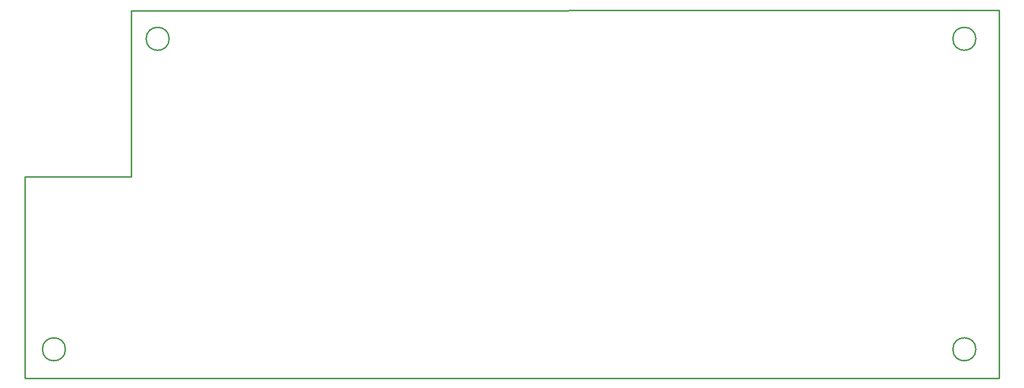
<source format=gbp>
*
*
G04 PADS 9.5 Build Number: 522968 generated Gerber (RS-274-X) file*
G04 PC Version=2.1*
*
%IN "opqbox2.pcb"*%
*
%MOIN*%
*
%FSLAX35Y35*%
*
*
*
*
G04 PC Standard Apertures*
*
*
G04 Thermal Relief Aperture macro.*
%AMTER*
1,1,$1,0,0*
1,0,$1-$2,0,0*
21,0,$3,$4,0,0,45*
21,0,$3,$4,0,0,135*
%
*
*
G04 Annular Aperture macro.*
%AMANN*
1,1,$1,0,0*
1,0,$2,0,0*
%
*
*
G04 Odd Aperture macro.*
%AMODD*
1,1,$1,0,0*
1,0,$1-0.005,0,0*
%
*
*
G04 PC Custom Aperture Macros*
*
*
*
*
*
*
G04 PC Aperture Table*
*
%ADD010C,0.001*%
%ADD013C,0.01*%
*
*
*
*
G04 PC Circuitry*
G04 Layer Name opqbox2.pcb - circuitry*
%LPD*%
*
*
G04 PC Custom Flashes*
G04 Layer Name opqbox2.pcb - flashes*
%LPD*%
*
*
G04 PC Circuitry*
G04 Layer Name opqbox2.pcb - circuitry*
%LPD*%
*
G54D10*
G54D13*
G01X1135433Y225984D02*
X470079D01*
Y363681*
X542717*
Y477362*
X1135433Y477953*
Y225984*
X497638Y245669D02*
G75*
G03X497638I-7874J0D01*
G01X568504Y458268D02*
G03X568504I-7874J0D01*
G01X1119685D02*
G03X1119685I-7874J0D01*
G01Y245669D02*
G03X1119685I-7874J0D01*
G74*
G01X0Y0D02*
M02*

</source>
